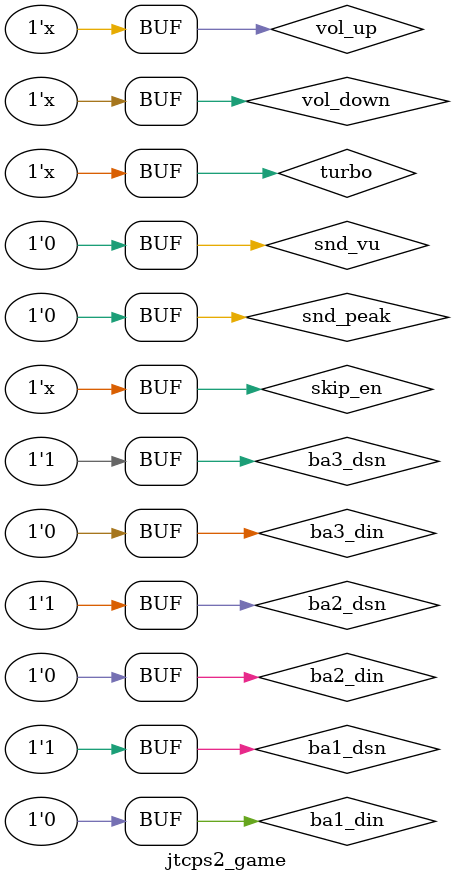
<source format=v>

/*  This file is part of JTCORES1.
    JTCORES1 program is free software: you can redistribute it and/or modify
    it under the terms of the GNU General Public License as published by
    the Free Software Foundation, either version 3 of the License, or
    (at your option) any later version.

    JTCORES1 program is distributed in the hope that it will be useful,
    but WITHOUT ANY WARRANTY; without even the implied warranty of
    MERCHANTABILITY or FITNESS FOR A PARTICULAR PURPOSE.  See the
    GNU General Public License for more details.

    You should have received a copy of the GNU General Public License
    along with JTCORES1.  If not, see <http://www.gnu.org/licenses/>.

    Author: Jose Tejada Gomez. Twitter: @topapate
    Version: 1.0
    Date: 18-9-2021 */

module jtcps2_game(
    `include "jtframe_game_ports.inc" // see $JTFRAME/hdl/inc/jtframe_game_ports.inc
);

wire        clk_gfx, rst_gfx;
wire        snd_cs, qsnd_cs,
            main_ram_cs, main_vram_cs, main_oram_cs, main_rom_cs,
            rom0_cs, rom1_cs,
            vram_dma_cs;
wire        obank;  // OBJ bank
wire [15:0] oram_base;
wire [18:0] snd_addr;
wire [22:0] qsnd_addr;
wire        prog_qsnd;
wire [ 7:0] snd_data, qsnd_data;
wire [17:1] ram_addr;
wire [21:1] main_rom_addr;
wire [15:0] main_ram_data, main_rom_data, main_dout, mmr_dout;
wire        main_rom_ok, main_ram_ok;
wire        ppu1_cs, ppu2_cs, ppu_rstn, objcfg_cs;
wire        raster;
wire [19:0] rom1_addr, rom0_addr;
wire [ 1:0] rom0_bank;
wire [31:0] rom0_data, rom1_data;
// Video RAM interface
wire [17:1] vram_dma_addr;
wire [15:0] vram_dma_data;
wire        vram_dma_ok, rom0_ok, rom1_ok, snd_ok, qsnd_ok;
wire [15:0] cpu_dout;
wire        cpu_speed;
wire        z80_rstn, star_bank;

wire        main_rnw, busreq, busack;

wire        vram_clr, vram_rfsh_en;
wire [ 8:0] hdump;
wire [ 8:0] vdump, vrender;

wire        rom0_half, rom1_half;
wire        cfg_we, key_we;
wire [ 1:0] joymode;

// CPS2 Objects
wire [12:0] gfx_oram_addr;
wire [15:0] gfx_oram_data;
wire        gfx_oram_ok, gfx_oram_clr, gfx_oram_cs;

// M68k - Sound subsystem communication
wire [ 7:0] main2qs_din;
wire [23:1] main2qs_addr;
wire        main2qs_cs, main_busakn, main_waitn;
wire [12:0] volume;

// EEPROM
wire        sclk, sdi, sdo, scs;

wire [ 1:0] dsn;
wire        cen16, cen16b, cen12, cen8, cen10b;
wire        cpu_cen, cpu_cenb;
wire        turbo, skip_en, video_flip;

`ifdef JTCPS_TURBO
assign turbo = 1;
`else
assign turbo = status[6];
`endif

assign skip_en  = status[7];
assign snd_vu   = 0;
assign snd_peak = 0;

assign ba1_din=0, ba2_din=0, ba3_din=0,
       ba1_dsn=3, ba2_dsn=3, ba3_dsn=3;

// CPU clock enable signals come from 48MHz domain
jtframe_cen48 u_cen48(
    .clk        ( clk48         ),
    .cen16      (               ),
    .cen16b     (               ),
    .cen12      ( cen12         ),
    .cen8       ( cen8          ),
    .cen6       (               ),
    .cen4       (               ),
    .cen4_12    (               ),
    .cen3       (               ),
    .cen3q      (               ),
    .cen1p5     (               ),
    // 180 shifted signals
    .cen12b     (               ),
    .cen6b      (               ),
    .cen3b      (               ),
    .cen3qb     (               ),
    .cen1p5b    (               )
);

assign clk_gfx = clk;
assign rst_gfx = rst;
// reg [1:0] aux;
// assign cpu_cen = cen12;
// always @(posedge clk48 ) aux<={ aux[0], cen12};
// assign cpu_cenb = aux==2'b10;

localparam REGSIZE=24;

// Turbo speed disables DMA
wire busreq_cpu = busreq & ~turbo;
wire busack_cpu;

`ifndef NOMAIN
jtcps2_main u_main(
    .rst        ( rst48             ),
    .clk_rom    ( clk               ),
    .clk        ( clk48             ),
    .cpu_cen    ( cpu_cen           ),
    // Timing
    .V          ( vdump             ),
    .LVBL       ( LVBL              ),
    .LHBL       ( LHBL              ),
    .skip_en    ( skip_en           ),
    // PPU
    .ppu1_cs    ( ppu1_cs           ),
    .ppu2_cs    ( ppu2_cs           ),
    .objcfg_cs  ( objcfg_cs         ),
    .ppu_rstn   ( ppu_rstn          ),
    .mmr_dout   ( mmr_dout          ),
    .raster     ( raster            ),
    //.raster     ( 1'b0            ),
    // Keys
    .prog_din   ( prog_data[7:0]    ),
    .key_we     ( key_we            ),
    // Sound
    .z80_rstn    ( z80_rstn         ),
    .main2qs_din ( main2qs_din      ),
    .main2qs_addr( main2qs_addr     ),
    .main2qs_cs  ( main2qs_cs       ),
    .main2qs_busakn( main_busakn    ),
    .main2qs_waitn( main_waitn      ),
    .UDSWn      ( dsn[1]            ),
    .LDSWn      ( dsn[0]            ),
    .volume     ( volume            ),
    // cabinet I/O
    // Cabinet input
    .cab_1p      ( cab_1p           ),
    .coin        ( coin             ),
    .joymode     ( joymode          ),
    .joystick1   ( joystick1        ),
    .joystick2   ( joystick2        ),
    .joystick3   ( joystick3        ),
    .joystick4   ( joystick4        ),
    .service     ( service          ),
    .tilt        ( 1'b1             ),
    .dipsw       ( dipsw            ),
    .dial_x      ( dial_x           ),
    .dial_y      ( dial_y           ),
    // BUS sharing
    .busreq      ( busreq_cpu       ),
    .busack      ( busack_cpu       ),
    .RnW         ( main_rnw         ),
    // RAM/VRAM access
    .addr        ( ram_addr         ),
    .cpu_dout    ( main_dout        ),
    .ram_cs      ( main_ram_cs      ),
    .vram_cs     ( main_vram_cs     ),
    .oram_cs     ( main_oram_cs     ),
    .obank       ( obank            ),
    .oram_base   ( oram_base        ),
    .ram_data    ( main_ram_data    ),
    .ram_ok      ( main_ram_ok      ),
    // ROM access
    .rom_cs      ( main_rom_cs      ),
    .rom_addr    ( main_rom_addr    ),
    .rom_data    ( main_rom_data    ),
    .rom_ok      ( main_rom_ok      ),
    // DIP switches
    .dip_pause   ( dip_pause        ),
    .dip_test    ( dip_test         ),
    // EEPROM
    .eeprom_sclk ( sclk             ),
    .eeprom_sdi  ( sdi              ),
    .eeprom_sdo  ( sdo              ),
    .eeprom_scs  ( scs              ),
    // Debug
    .debug_bus   ( debug_bus        ),
    .st_dout     ( debug_view       )
);

assign busack = busack_cpu | turbo;

`else
    assign ram_addr      = 0;
    assign main_ram_cs   = 0;
    assign main_vram_cs  = 0;
    assign main_rom_cs   = 0;
    assign oram_base     = 0;
    assign main_oram_cs  = 0;
    assign main_rom_addr = 0;
    assign main_dout     = 0;
    assign z80_rstn      = 1;
    assign dsn           = 2'b11;
    assign main_rnw      = 1;
    assign sclk          = 0;
    assign sdi           = 0;
    assign scs           = 0;
    assign obank         = 0;
    assign busack        = 1;
    assign ppu1_cs       = 0;
    assign ppu2_cs       = 0;
    assign objcfg_cs     = 0;
    assign ppu_rstn      = 1;
    assign cpu_dout      = 0;
`endif

reg rst_video, rst_sdram;

always @(negedge clk_gfx) begin
    rst_video <= rst_gfx;
end

always @(negedge clk) begin
    rst_sdram <= rst;
end

assign dip_flip = video_flip;

jtcps1_video #(REGSIZE) u_video(
    .rst            ( rst_video     ),
    .clk            ( clk_gfx       ),
    .clk_cpu        ( clk48         ),
    .pxl2_cen       ( pxl2_cen      ),
    .pxl_cen        ( pxl_cen       ),

    .hdump          ( hdump         ),
    .vdump          ( vdump         ),
    .vrender        ( vrender       ),
    .gfx_en         ( gfx_en        ),
    .debug_bus      ( debug_bus     ),
    .cpu_speed      ( cpu_speed     ),
    .charger        (               ),
    .kabuki_en      (               ),
    .raster         ( raster        ),

    // CPU interface
    .ppu_rstn       ( ppu_rstn      ),
    .ppu1_cs        ( ppu1_cs       ),
    .ppu2_cs        ( ppu2_cs       ),
    .addr           ( ram_addr[12:1]),
    .dsn            ( dsn           ),      // data select, active low
    .cpu_dout       ( main_dout     ),
    .mmr_dout       ( mmr_dout      ),
    // BUS sharing
    .busreq         ( busreq        ),
    .busack         ( busack        ),

    // Object RAM
    .obank          ( obank         ),
    .oram_addr      ( gfx_oram_addr ),
    .oram_ok        ( gfx_oram_ok   ),
    .oram_data      ( gfx_oram_data ),
    .oram_clr       ( gfx_oram_clr  ),
    .oram_cs        ( gfx_oram_cs   ),
    .objcfg_cs      ( objcfg_cs     ),

    // Video signal
    .HS             ( HS            ),
    .VS             ( VS            ),
    .LHBL           ( LHBL          ),
    .LVBL           ( LVBL          ),
    .red            ( red           ),
    .green          ( green         ),
    .blue           ( blue          ),
    .flip           ( video_flip    ),

    // CPS-B Registers
    .cfg_we         ( cfg_we        ),
    .cfg_data       ( prog_data[7:0]),

    // Extra inputs read through the C-Board
    .cab_1p   ( cab_1p  ),
    .coin     ( coin    ),
    .joystick1      ( 10'h3ff       ),
    .joystick2      ( 10'h3ff       ),
    .joystick3      ( 10'h3ff       ),
    .joystick4      ( 10'h3ff       ),

    // Video RAM interface
    .vram_dma_addr  ( vram_dma_addr ),
    .vram_dma_data  ( vram_dma_data ),
    .vram_dma_ok    ( vram_dma_ok   ),
    .vram_dma_cs    ( vram_dma_cs   ),
    .vram_dma_clr   ( vram_clr      ),
    .vram_rfsh_en   ( vram_rfsh_en  ),

    // GFX ROM interface
    .rom1_addr      ( rom1_addr     ),
    .rom1_half      ( rom1_half     ),
    .rom1_data      ( rom1_data     ),
    .rom1_cs        ( rom1_cs       ),
    .rom1_ok        ( rom1_ok       ),
    .rom0_addr      ( rom0_addr     ),
    .rom0_bank      ( rom0_bank     ),
    .rom0_half      ( rom0_half     ),
    .rom0_data      ( rom0_data     ),
    .rom0_cs        ( rom0_cs       ),
    .rom0_ok        ( rom0_ok       ),

    .star_bank      ( star_bank     ),
    .star0_addr     (               ),
    .star0_data     ( 0             ),
    .star0_cs       (               ),
    .star0_ok       ( 1'b1          ),

    .star1_addr     (               ),
    .star1_data     ( 0             ),
    .star1_cs       (               ),
    .star1_ok       ( 1'b1          ),

    // Watched signals
    .watch_vram_cs  ( main_vram_cs  ),
    .watch          (               )
);

// Sound CPU cannot be disabled as there is
// interaction between both CPUs at power up
reg qsnd_rst;

always @(posedge clk48, posedge rst) begin
    if( rst )
        qsnd_rst  <= 1;
    else
        qsnd_rst  <= ~z80_rstn;
end

wire vol_up   = ~(coin[0] | joystick1[3]);
wire vol_down = ~(coin[0] | joystick1[2]);

`ifndef NOMAIN
jtcps15_sound u_sound(
    .rst        ( qsnd_rst          ),
    .clk48      ( clk48             ),
    .clk96      ( clk               ),
    .cen8       ( cen8              ),
    .vol_up     ( vol_up            ),
    .vol_down   ( vol_down          ),
    .volume     ( volume            ),
    // Decode keys
    .kabuki_we  ( 1'b0              ),
    .kabuki_en  ( 1'b0              ),

    // Interface with main CPU
    .main_addr  ( main2qs_addr      ),
    .main_dout  ( main_dout[7:0]    ),
    .main_din   ( main2qs_din       ),
    .main_ldswn ( dsn[0]            ),
    .main_buse_n( ~main2qs_cs       ),
    .main_busakn( main_busakn       ),
    .main_waitn ( main_waitn        ),

    // ROM
    .rom_addr   ( snd_addr          ),
    .rom_cs     ( snd_cs            ),
    .rom_data   ( snd_data          ),
    .rom_ok     ( snd_ok            ),

    // QSound sample ROM
    .qsnd_addr  ( qsnd_addr         ), // max 8 MB.
    .qsnd_cs    ( qsnd_cs           ),
    .qsnd_data  ( qsnd_data         ),
    .qsnd_ok    ( qsnd_ok           ),

    // ROM programming interface
    .prog_addr  ( prog_addr[12:0]   ),
    .prog_data  ( prog_data[7:0]    ),
    .prog_we    ( prog_qsnd         ),

    // Sound output
    .left       ( snd_left          ),
    .right      ( snd_right         ),
    .sample     ( sample            )
);
`else
    assign snd_left  = 0;
    assign snd_right = 0;
    assign sample    = 0;
    assign snd_cs    = 0;
    assign snd_addr  = 0;
    assign qsnd_cs   = 0;
    assign qsnd_addr = 0;
`endif

jtcps1_sdram #(.CPS(2), .REGSIZE(REGSIZE)) u_sdram (
    .rst         ( rst_sdram     ),
    .clk         ( clk           ),
    .clk_gfx     ( clk_gfx       ),
    .clk_cpu     ( clk48         ),
    .LVBL        ( LVBL          ),

    .ioctl_rom   ( ioctl_rom     ),
    .dwnld_busy  ( dwnld_busy    ),
    .cfg_we      ( cfg_we        ),

    // ROM LOAD
    .ioctl_addr  ( ioctl_addr    ),
    .ioctl_dout  ( ioctl_dout    ),
    .ioctl_din   ( ioctl_din     ),
    .ioctl_wr    ( ioctl_wr      ),
    .ioctl_ram   ( ioctl_ram     ),
    .prog_addr   ( prog_addr     ),
    .prog_data   ( prog_data     ),
    .prog_mask   ( prog_mask     ),
    .prog_ba     ( prog_ba       ),
    .prog_we     ( prog_we       ),
    .prog_rd     ( prog_rd       ),
    .prog_rdy    ( prog_rdy      ),
    .prog_qsnd   ( prog_qsnd     ),
    .kabuki_we   (               ), // disabled for CPS2
    .cps2_key_we ( key_we        ),
    .cps2_joymode( joymode       ),
    // joystick type


    // EEPROM
    .sclk           ( sclk          ),
    .sdi            ( sdi           ),
    .sdo            ( sdo           ),
    .scs            ( scs           ),
    .dump_flag      (               ),

    // Main CPU
    .main_rom_cs    ( main_rom_cs   ),
    .main_rom_ok    ( main_rom_ok   ),
    .main_rom_addr  ( main_rom_addr ),
    .main_rom_data  ( main_rom_data ),

    // VRAM
    .vram_clr       ( vram_clr      ),
    .vram_dma_cs    ( vram_dma_cs   ),
    .main_ram_cs    ( main_ram_cs   ),
    .main_vram_cs   ( main_vram_cs  ),
    .main_oram_cs   ( main_oram_cs  ),
    .obank          ( obank         ),
    .oram_base      ( oram_base     ),
    .vram_rfsh_en   ( vram_rfsh_en  ),

    .dsn            ( dsn           ),
    .main_dout      ( main_dout     ),
    .main_rnw       ( main_rnw      ),

    .main_ram_ok    ( main_ram_ok   ),
    .vram_dma_ok    ( vram_dma_ok   ),

    .main_ram_addr  ( ram_addr      ),
    .vram_dma_addr  ( vram_dma_addr ),

    .main_ram_data  ( main_ram_data ),
    .vram_dma_data  ( vram_dma_data ),

    .gfx_oram_addr  ( gfx_oram_addr ),
    .gfx_oram_data  ( gfx_oram_data ),
    .gfx_oram_ok    ( gfx_oram_ok   ),
    .gfx_oram_clr   ( gfx_oram_clr  ),
    .gfx_oram_cs    ( gfx_oram_cs   ),

    // Sound CPU and PCM
    .snd_cs      ( snd_cs        ),
    .pcm_cs      ( qsnd_cs       ),

    .snd_ok      ( snd_ok        ),
    .pcm_ok      ( qsnd_ok       ),

    .snd_addr    ( snd_addr      ),
    .pcm_addr    ( qsnd_addr     ),

    .snd_data    ( snd_data      ),
    .pcm_data    ( qsnd_data     ),

    // Graphics
    .rom0_cs     ( rom0_cs       ),
    .rom1_cs     ( rom1_cs       ),

    .rom0_ok     ( rom0_ok       ),
    .rom1_ok     ( rom1_ok       ),

    .rom0_addr   ( rom0_addr     ),
    .rom0_bank   ( rom0_bank     ),
    .rom1_addr   ( rom1_addr     ),

    .rom0_half   ( rom0_half     ),
    .rom1_half   ( rom1_half     ),

    .rom0_data   ( rom0_data     ),
    .rom1_data   ( rom1_data     ),

    .star_bank   ( star_bank     ),
    .star0_addr  ( 13'd0         ),
    .star0_data  (               ),
    .star0_ok    (               ),
    .star0_cs    ( 1'b0          ),

    .star1_addr  ( 13'd0         ),
    .star1_data  (               ),
    .star1_ok    (               ),
    .star1_cs    ( 1'b0          ),

    // Bank 0: allows R/W
    .ba0_addr    ( ba0_addr      ),
    .ba1_addr    ( ba1_addr      ),
    .ba2_addr    ( ba2_addr      ),
    .ba3_addr    ( ba3_addr      ),
    .ba_rd       ( ba_rd         ),
    .ba_wr       ( ba_wr         ),
    .ba_ack      ( ba_ack        ),
    .ba_dst      ( ba_dst        ),
    .ba_dok      ( ba_dok        ),
    .ba_rdy      ( ba_rdy        ),
    .ba0_din     ( ba0_din       ),
    .ba0_dsn     ( ba0_dsn       ),

    .data_read   ( data_read     )
);

endmodule

</source>
